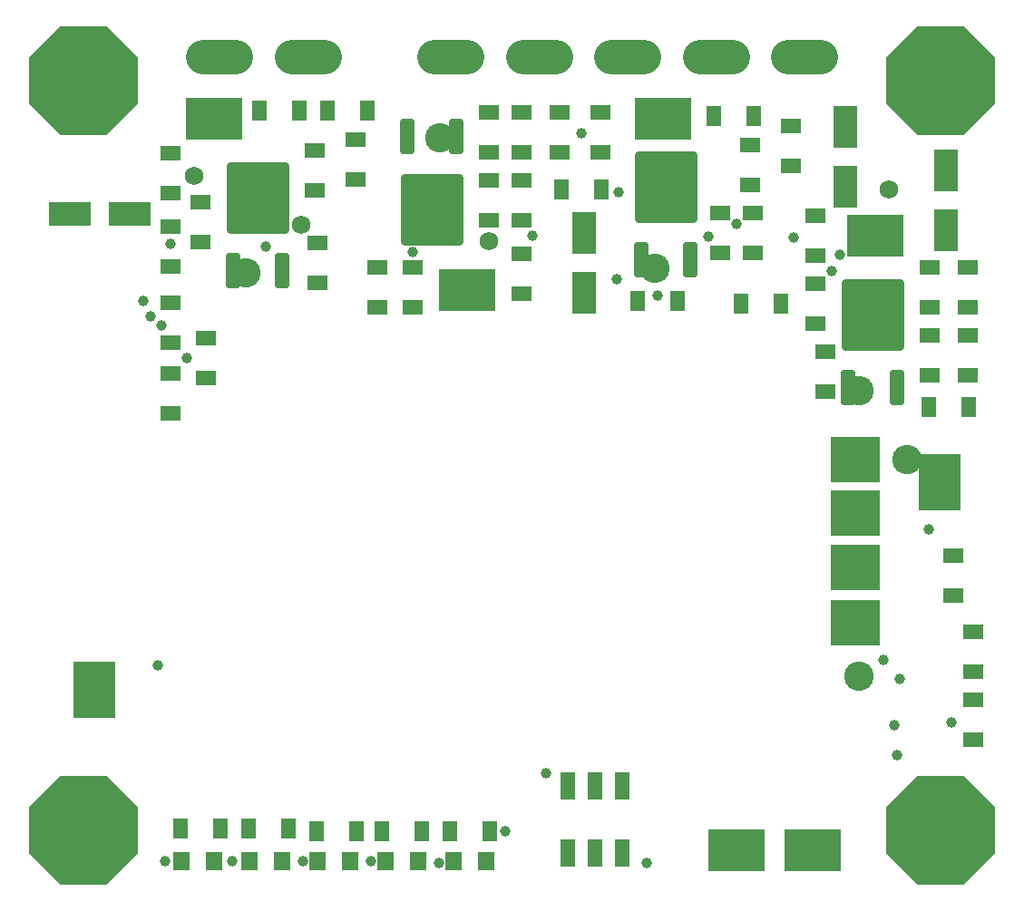
<source format=gbr>
G04 EAGLE Gerber RS-274X export*
G75*
%MOMM*%
%FSLAX34Y34*%
%LPD*%
%INSoldermask Bottom*%
%IPPOS*%
%AMOC8*
5,1,8,0,0,1.08239X$1,22.5*%
G01*
%ADD10P,11.043842X8X22.500000*%
%ADD11R,1.350200X2.611200*%
%ADD12R,4.013200X5.283200*%
%ADD13R,5.283200X4.013200*%
%ADD14R,3.957200X2.311200*%
%ADD15R,1.900000X1.400000*%
%ADD16R,1.500000X1.700000*%
%ADD17R,1.400000X1.900000*%
%ADD18R,4.648200X4.203200*%
%ADD19C,3.251200*%
%ADD20C,0.506591*%
%ADD21C,0.758316*%
%ADD22R,2.311200X3.957200*%
%ADD23C,2.743200*%
%ADD24C,0.990600*%
%ADD25C,1.727200*%


D10*
X322580Y232410D03*
X1122680Y232410D03*
X1122680Y932180D03*
X322580Y932180D03*
D11*
X774700Y273610D03*
X774700Y211530D03*
X800100Y273610D03*
X800100Y211530D03*
X825500Y273610D03*
X825500Y211530D03*
D12*
X332740Y363220D03*
D13*
X1003300Y213360D03*
D12*
X1121410Y557530D03*
D13*
X932180Y213360D03*
D14*
X365820Y807720D03*
X309820Y807720D03*
D15*
X1134110Y488400D03*
X1134110Y451400D03*
X1153160Y417280D03*
X1153160Y380280D03*
X1153160Y353780D03*
X1153160Y316780D03*
D16*
X698260Y203200D03*
X668260Y203200D03*
D17*
X701760Y231140D03*
X664760Y231140D03*
D18*
X1043140Y426500D03*
X1043140Y477500D03*
X1043140Y528500D03*
X1043140Y578500D03*
D19*
X681000Y954900D02*
X650520Y954900D01*
X733020Y954900D02*
X763500Y954900D01*
X815520Y954900D02*
X846000Y954900D01*
X898070Y954900D02*
X928550Y954900D01*
X980620Y954900D02*
X1011100Y954900D01*
X465100Y954900D02*
X434620Y954900D01*
X517120Y954900D02*
X547600Y954900D01*
D20*
X512503Y768933D02*
X503497Y768933D01*
X512503Y768933D02*
X512503Y740987D01*
X503497Y740987D01*
X503497Y768933D01*
X503497Y745800D02*
X512503Y745800D01*
X512503Y750613D02*
X503497Y750613D01*
X503497Y755426D02*
X512503Y755426D01*
X512503Y760239D02*
X503497Y760239D01*
X503497Y765052D02*
X512503Y765052D01*
D21*
X510515Y852925D02*
X459765Y852925D01*
X510515Y852925D02*
X510515Y793995D01*
X459765Y793995D01*
X459765Y852925D01*
X459765Y801199D02*
X510515Y801199D01*
X510515Y808403D02*
X459765Y808403D01*
X459765Y815607D02*
X510515Y815607D01*
X510515Y822811D02*
X459765Y822811D01*
X459765Y830015D02*
X510515Y830015D01*
X510515Y837219D02*
X459765Y837219D01*
X459765Y844423D02*
X510515Y844423D01*
X510515Y851627D02*
X459765Y851627D01*
D20*
X457777Y768933D02*
X466783Y768933D01*
X466783Y740987D01*
X457777Y740987D01*
X457777Y768933D01*
X457777Y745800D02*
X466783Y745800D01*
X466783Y750613D02*
X457777Y750613D01*
X457777Y755426D02*
X466783Y755426D01*
X466783Y760239D02*
X457777Y760239D01*
X457777Y765052D02*
X466783Y765052D01*
D15*
X403860Y864320D03*
X403860Y827320D03*
X403860Y795740D03*
X403860Y758740D03*
X538480Y829860D03*
X538480Y866860D03*
D17*
X523960Y904240D03*
X486960Y904240D03*
D15*
X431800Y818600D03*
X431800Y781600D03*
X541020Y743500D03*
X541020Y780500D03*
D13*
X444500Y896620D03*
D15*
X403860Y687620D03*
X403860Y724620D03*
X403860Y621580D03*
X403860Y658580D03*
X436880Y691600D03*
X436880Y654600D03*
D16*
X444260Y203200D03*
X414260Y203200D03*
D17*
X413300Y233680D03*
X450300Y233680D03*
D22*
X789940Y734000D03*
X789940Y790000D03*
D20*
X629343Y866827D02*
X620337Y866827D01*
X620337Y894773D01*
X629343Y894773D01*
X629343Y866827D01*
X629343Y871640D02*
X620337Y871640D01*
X620337Y876453D02*
X629343Y876453D01*
X629343Y881266D02*
X620337Y881266D01*
X620337Y886079D02*
X629343Y886079D01*
X629343Y890892D02*
X620337Y890892D01*
D21*
X622325Y782835D02*
X673075Y782835D01*
X622325Y782835D02*
X622325Y841765D01*
X673075Y841765D01*
X673075Y782835D01*
X673075Y790039D02*
X622325Y790039D01*
X622325Y797243D02*
X673075Y797243D01*
X673075Y804447D02*
X622325Y804447D01*
X622325Y811651D02*
X673075Y811651D01*
X673075Y818855D02*
X622325Y818855D01*
X622325Y826059D02*
X673075Y826059D01*
X673075Y833263D02*
X622325Y833263D01*
X622325Y840467D02*
X673075Y840467D01*
D20*
X675063Y866827D02*
X666057Y866827D01*
X666057Y894773D01*
X675063Y894773D01*
X675063Y866827D01*
X675063Y871640D02*
X666057Y871640D01*
X666057Y876453D02*
X675063Y876453D01*
X675063Y881266D02*
X666057Y881266D01*
X666057Y886079D02*
X675063Y886079D01*
X675063Y890892D02*
X666057Y890892D01*
D15*
X629920Y757640D03*
X629920Y720640D03*
X596900Y720640D03*
X596900Y757640D03*
D17*
X587460Y904240D03*
X550460Y904240D03*
D15*
X576580Y877020D03*
X576580Y840020D03*
X701040Y865420D03*
X701040Y902420D03*
X701040Y838920D03*
X701040Y801920D03*
D13*
X680720Y736600D03*
D15*
X731520Y770340D03*
X731520Y733340D03*
X731520Y838920D03*
X731520Y801920D03*
X731520Y902420D03*
X731520Y865420D03*
D16*
X507760Y203200D03*
X477760Y203200D03*
D17*
X476800Y233680D03*
X513800Y233680D03*
D22*
X1033780Y889060D03*
X1033780Y833060D03*
D20*
X893503Y779093D02*
X884497Y779093D01*
X893503Y779093D02*
X893503Y751147D01*
X884497Y751147D01*
X884497Y779093D01*
X884497Y755960D02*
X893503Y755960D01*
X893503Y760773D02*
X884497Y760773D01*
X884497Y765586D02*
X893503Y765586D01*
X893503Y770399D02*
X884497Y770399D01*
X884497Y775212D02*
X893503Y775212D01*
D21*
X891515Y863085D02*
X840765Y863085D01*
X891515Y863085D02*
X891515Y804155D01*
X840765Y804155D01*
X840765Y863085D01*
X840765Y811359D02*
X891515Y811359D01*
X891515Y818563D02*
X840765Y818563D01*
X840765Y825767D02*
X891515Y825767D01*
X891515Y832971D02*
X840765Y832971D01*
X840765Y840175D02*
X891515Y840175D01*
X891515Y847379D02*
X840765Y847379D01*
X840765Y854583D02*
X891515Y854583D01*
X891515Y861787D02*
X840765Y861787D01*
D20*
X838777Y779093D02*
X847783Y779093D01*
X847783Y751147D01*
X838777Y751147D01*
X838777Y779093D01*
X838777Y755960D02*
X847783Y755960D01*
X847783Y760773D02*
X838777Y760773D01*
X838777Y765586D02*
X847783Y765586D01*
X847783Y770399D02*
X838777Y770399D01*
X838777Y775212D02*
X847783Y775212D01*
D17*
X911140Y899160D03*
X948140Y899160D03*
D15*
X982980Y889720D03*
X982980Y852720D03*
X944880Y871940D03*
X944880Y834940D03*
X947420Y808440D03*
X947420Y771440D03*
D17*
X877020Y726440D03*
X840020Y726440D03*
D15*
X916940Y771440D03*
X916940Y808440D03*
D13*
X863600Y896620D03*
D15*
X805180Y865420D03*
X805180Y902420D03*
X767080Y865420D03*
X767080Y902420D03*
D17*
X805900Y830580D03*
X768900Y830580D03*
D16*
X571260Y203200D03*
X541260Y203200D03*
D17*
X540300Y231140D03*
X577300Y231140D03*
D22*
X1127760Y792420D03*
X1127760Y848420D03*
D20*
X1086543Y659713D02*
X1077537Y659713D01*
X1086543Y659713D02*
X1086543Y631767D01*
X1077537Y631767D01*
X1077537Y659713D01*
X1077537Y636580D02*
X1086543Y636580D01*
X1086543Y641393D02*
X1077537Y641393D01*
X1077537Y646206D02*
X1086543Y646206D01*
X1086543Y651019D02*
X1077537Y651019D01*
X1077537Y655832D02*
X1086543Y655832D01*
D21*
X1084555Y743705D02*
X1033805Y743705D01*
X1084555Y743705D02*
X1084555Y684775D01*
X1033805Y684775D01*
X1033805Y743705D01*
X1033805Y691979D02*
X1084555Y691979D01*
X1084555Y699183D02*
X1033805Y699183D01*
X1033805Y706387D02*
X1084555Y706387D01*
X1084555Y713591D02*
X1033805Y713591D01*
X1033805Y720795D02*
X1084555Y720795D01*
X1084555Y727999D02*
X1033805Y727999D01*
X1033805Y735203D02*
X1084555Y735203D01*
X1084555Y742407D02*
X1033805Y742407D01*
D20*
X1031817Y659713D02*
X1040823Y659713D01*
X1040823Y631767D01*
X1031817Y631767D01*
X1031817Y659713D01*
X1031817Y636580D02*
X1040823Y636580D01*
X1040823Y641393D02*
X1031817Y641393D01*
X1031817Y646206D02*
X1040823Y646206D01*
X1040823Y651019D02*
X1031817Y651019D01*
X1031817Y655832D02*
X1040823Y655832D01*
D15*
X1112520Y757640D03*
X1112520Y720640D03*
X1148080Y757640D03*
X1148080Y720640D03*
X1148080Y694140D03*
X1148080Y657140D03*
D17*
X1148800Y627380D03*
X1111800Y627380D03*
D15*
X1014730Y678900D03*
X1014730Y641900D03*
X1112520Y657140D03*
X1112520Y694140D03*
D13*
X1061720Y787400D03*
D15*
X1005840Y768900D03*
X1005840Y805900D03*
X1005840Y705400D03*
X1005840Y742400D03*
D17*
X936540Y723900D03*
X973540Y723900D03*
D16*
X634760Y203200D03*
X604760Y203200D03*
D17*
X601260Y231140D03*
X638260Y231140D03*
D23*
X1091580Y578500D03*
X855980Y756920D03*
X473710Y753110D03*
X655320Y878840D03*
D24*
X1111250Y513080D03*
X716280Y231140D03*
D23*
X1046480Y642620D03*
D25*
X526030Y797810D03*
D24*
X985520Y786130D03*
X905510Y786511D03*
X821690Y828040D03*
D25*
X425450Y843280D03*
D24*
X654050Y201930D03*
X590550Y203200D03*
X527050Y203200D03*
X461010Y203200D03*
X398780Y203200D03*
X848360Y201930D03*
X394970Y703580D03*
X419100Y673100D03*
X754380Y285390D03*
X378460Y726440D03*
X403860Y779729D03*
X492760Y777240D03*
X629920Y772160D03*
D25*
X701040Y782320D03*
D24*
X1069594Y391160D03*
X741680Y787400D03*
X384810Y712470D03*
X820420Y746760D03*
X1079500Y330200D03*
X787040Y883560D03*
X391541Y386080D03*
X858520Y731520D03*
X932180Y798830D03*
X1028700Y769620D03*
D25*
X1074420Y830580D03*
D24*
X1084580Y373380D03*
X1021080Y754380D03*
D23*
X1046480Y375920D03*
D24*
X1132840Y332740D03*
X1082040Y302260D03*
M02*

</source>
